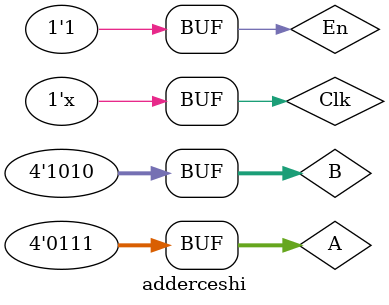
<source format=v>
`timescale 1ns / 1ps


module adderceshi;

	// Inputs
	reg [3:0] A;
	reg [3:0] B;
	reg Clk;
	reg En;

	// Outputs
	wire [3:0] Sum;
	wire Overflow;

	// Instantiate the Unit Under Test (UUT)
	adder uut (
		.A(A), 
		.B(B), 
		.Clk(Clk), 
		.En(En), 
		.Sum(Sum), 
		.Overflow(Overflow)
	);

	initial begin
		// Initialize Inputs
		A = 0;
		B = 0;
		Clk = 0;
		En = 1;

		// Wait 100 ns for global reset to finish
		
        
		// Add stimulus here
		#1 A=4'b1;
			B=4'b0;
		#10 A=4'd3;
			 B=4'd2;
		#10 A=4'd4;
		    B=4'd4;
		#10 A=4'd7;
			 B=4'd10;
	end
	
   always #10 Clk=~Clk;
endmodule


</source>
